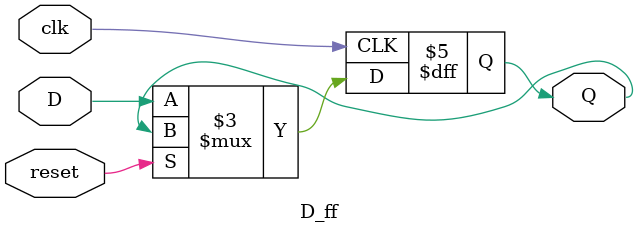
<source format=v>
`timescale 1ns / 1ps

module D_ff(
    input D,clk,reset,
    output reg Q
    );
    initial Q = 0 ;
    
    always @(posedge clk or posedge reset) begin
     
       if (reset)
       Q <= Q ;
       else
       Q <= D ;
       
    end
endmodule
 
</source>
